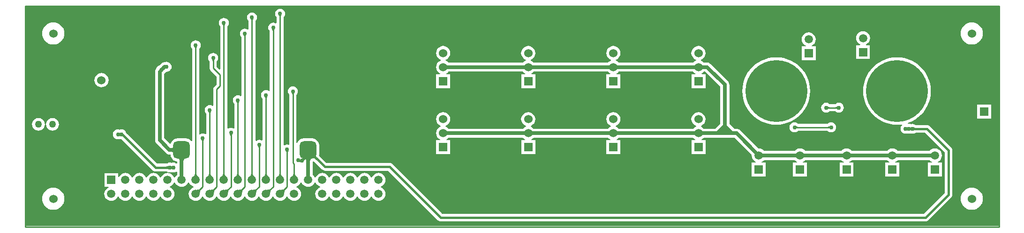
<source format=gtl>
G04 Layer_Physical_Order=1*
G04 Layer_Color=255*
%FSLAX25Y25*%
%MOIN*%
G70*
G01*
G75*
G04:AMPARAMS|DCode=10|XSize=118.11mil|YSize=124.02mil|CornerRadius=29.53mil|HoleSize=0mil|Usage=FLASHONLY|Rotation=180.000|XOffset=0mil|YOffset=0mil|HoleType=Round|Shape=RoundedRectangle|*
%AMROUNDEDRECTD10*
21,1,0.11811,0.06496,0,0,180.0*
21,1,0.05906,0.12402,0,0,180.0*
1,1,0.05906,-0.02953,0.03248*
1,1,0.05906,0.02953,0.03248*
1,1,0.05906,0.02953,-0.03248*
1,1,0.05906,-0.02953,-0.03248*
%
%ADD10ROUNDEDRECTD10*%
%ADD11C,0.01000*%
%ADD12C,0.01500*%
%ADD13C,0.02500*%
%ADD14C,0.05906*%
%ADD15C,0.06000*%
%ADD16R,0.05906X0.05906*%
%ADD17C,0.05000*%
%ADD18R,0.05906X0.05906*%
%ADD19R,0.06000X0.06000*%
%ADD20C,0.44094*%
%ADD21C,0.03000*%
G36*
X692400Y156900D02*
Y600D01*
X800D01*
X300Y1100D01*
Y157300D01*
X692000D01*
X692400Y156900D01*
D02*
G37*
%LPC*%
G36*
X181300Y155630D02*
X180386Y155510D01*
X179535Y155157D01*
X178804Y154596D01*
X178243Y153865D01*
X177890Y153014D01*
X177770Y152100D01*
X177890Y151186D01*
X178243Y150335D01*
X178699Y149740D01*
X178751Y149659D01*
Y145373D01*
X178303Y145152D01*
X178165Y145257D01*
X177314Y145610D01*
X176400Y145730D01*
X175486Y145610D01*
X174635Y145257D01*
X173904Y144696D01*
X173343Y143965D01*
X172990Y143114D01*
X172870Y142200D01*
X172990Y141286D01*
X173343Y140435D01*
X173799Y139840D01*
X173851Y139759D01*
Y97084D01*
X173351Y96838D01*
X173065Y97057D01*
X172214Y97410D01*
X171300Y97530D01*
X170386Y97410D01*
X169535Y97057D01*
X168804Y96496D01*
X168243Y95765D01*
X167890Y94914D01*
X167770Y94000D01*
X167890Y93086D01*
X168243Y92235D01*
X168699Y91640D01*
X168751Y91558D01*
Y61850D01*
X168303Y61629D01*
X168265Y61657D01*
X167414Y62010D01*
X166500Y62130D01*
X165586Y62010D01*
X164735Y61657D01*
X164349Y61361D01*
X163849Y61608D01*
Y147058D01*
X163901Y147140D01*
X164357Y147735D01*
X164710Y148586D01*
X164830Y149500D01*
X164710Y150414D01*
X164357Y151265D01*
X163796Y151996D01*
X163065Y152557D01*
X162214Y152910D01*
X161300Y153030D01*
X160386Y152910D01*
X159535Y152557D01*
X158804Y151996D01*
X158243Y151265D01*
X157890Y150414D01*
X157770Y149500D01*
X157890Y148586D01*
X158243Y147735D01*
X158699Y147140D01*
X158751Y147058D01*
Y140984D01*
X158251Y140738D01*
X157965Y140957D01*
X157114Y141310D01*
X156200Y141430D01*
X155286Y141310D01*
X154435Y140957D01*
X153704Y140396D01*
X153143Y139665D01*
X152790Y138814D01*
X152670Y137900D01*
X152790Y136986D01*
X153143Y136135D01*
X153704Y135404D01*
X153751Y135368D01*
Y93396D01*
X153303Y93175D01*
X153065Y93357D01*
X152214Y93710D01*
X151300Y93830D01*
X150386Y93710D01*
X149535Y93357D01*
X148804Y92796D01*
X148243Y92065D01*
X147890Y91214D01*
X147770Y90300D01*
X147890Y89386D01*
X148243Y88535D01*
X148699Y87940D01*
X148751Y87858D01*
Y70273D01*
X148303Y70052D01*
X148165Y70157D01*
X147314Y70510D01*
X146400Y70630D01*
X145486Y70510D01*
X144635Y70157D01*
X144349Y69938D01*
X143849Y70184D01*
Y143158D01*
X143901Y143240D01*
X144357Y143835D01*
X144710Y144686D01*
X144830Y145600D01*
X144710Y146514D01*
X144357Y147365D01*
X143796Y148096D01*
X143065Y148657D01*
X142214Y149010D01*
X141300Y149130D01*
X140386Y149010D01*
X139535Y148657D01*
X138804Y148096D01*
X138243Y147365D01*
X137890Y146514D01*
X137770Y145600D01*
X137890Y144686D01*
X138243Y143835D01*
X138699Y143240D01*
X138751Y143158D01*
Y112507D01*
X138289Y112316D01*
X136249Y114356D01*
Y118158D01*
X136301Y118240D01*
X136757Y118835D01*
X137110Y119686D01*
X137230Y120600D01*
X137110Y121514D01*
X136757Y122365D01*
X136196Y123096D01*
X135465Y123657D01*
X134614Y124010D01*
X133700Y124130D01*
X132786Y124010D01*
X131935Y123657D01*
X131204Y123096D01*
X130643Y122365D01*
X130290Y121514D01*
X130170Y120600D01*
X130290Y119686D01*
X130643Y118835D01*
X131099Y118240D01*
X131151Y118158D01*
Y113300D01*
X131345Y112325D01*
X131898Y111498D01*
X136051Y107344D01*
Y101456D01*
X134498Y99902D01*
X133945Y99076D01*
X133751Y98100D01*
Y86396D01*
X133303Y86175D01*
X133065Y86357D01*
X132214Y86710D01*
X131300Y86830D01*
X130386Y86710D01*
X129535Y86357D01*
X128804Y85796D01*
X128243Y85065D01*
X127890Y84214D01*
X127770Y83300D01*
X127890Y82386D01*
X128243Y81535D01*
X128699Y80940D01*
X128751Y80858D01*
Y66196D01*
X128303Y65975D01*
X128065Y66157D01*
X127214Y66510D01*
X126300Y66630D01*
X125386Y66510D01*
X124535Y66157D01*
X124297Y65975D01*
X123849Y66196D01*
Y127158D01*
X123901Y127240D01*
X124357Y127835D01*
X124710Y128686D01*
X124830Y129600D01*
X124710Y130514D01*
X124357Y131365D01*
X123796Y132096D01*
X123065Y132657D01*
X122214Y133010D01*
X121300Y133130D01*
X120386Y133010D01*
X119535Y132657D01*
X118804Y132096D01*
X118243Y131365D01*
X117890Y130514D01*
X117770Y129600D01*
X117890Y128686D01*
X118243Y127835D01*
X118699Y127240D01*
X118751Y127158D01*
Y61194D01*
X118251Y61024D01*
X117785Y61632D01*
X116751Y62425D01*
X115546Y62924D01*
X114253Y63095D01*
X108347D01*
X107054Y62924D01*
X105850Y62425D01*
X104815Y61632D01*
X104021Y60597D01*
X103522Y59392D01*
X103505Y59265D01*
X103032Y59104D01*
X98978Y63158D01*
Y109236D01*
X99196Y109404D01*
X99757Y110135D01*
X99806Y110253D01*
X100265Y110443D01*
X100567Y110674D01*
X100600Y110670D01*
X101514Y110790D01*
X102365Y111143D01*
X103096Y111704D01*
X103657Y112435D01*
X104010Y113286D01*
X104130Y114200D01*
X104010Y115114D01*
X103657Y115965D01*
X103096Y116696D01*
X102365Y117257D01*
X101514Y117610D01*
X100600Y117730D01*
X99686Y117610D01*
X99368Y117478D01*
X99000D01*
X98576Y117422D01*
X98152Y117366D01*
X97361Y117039D01*
X96682Y116518D01*
X96677Y116513D01*
X96004Y115996D01*
X95487Y115323D01*
X95253Y115089D01*
X94935Y114957D01*
X94204Y114396D01*
X93643Y113665D01*
X93290Y112814D01*
X93288Y112795D01*
X92861Y112239D01*
X92534Y111448D01*
X92422Y110600D01*
Y61800D01*
X92478Y61376D01*
X92534Y60952D01*
X92861Y60161D01*
X93382Y59482D01*
X100331Y52533D01*
X101010Y52012D01*
X101800Y51685D01*
X102649Y51573D01*
X102793D01*
X102839Y51563D01*
X103254Y51552D01*
X103360Y51543D01*
X103522Y50310D01*
X104021Y49105D01*
X104815Y48071D01*
X105850Y47277D01*
X107054Y46778D01*
X107988Y46655D01*
X108001Y46510D01*
X108011Y46095D01*
X108022Y46049D01*
Y45330D01*
X107522Y45083D01*
X107165Y45357D01*
X106314Y45710D01*
X105400Y45830D01*
X104486Y45710D01*
X104100Y45550D01*
X103714Y45710D01*
X102800Y45830D01*
X101886Y45710D01*
X101035Y45357D01*
X100691Y45093D01*
X100659Y45091D01*
X100563Y45089D01*
X100494Y45074D01*
X93849D01*
X72250Y66673D01*
X72214Y66730D01*
X72028Y66925D01*
X72004Y66953D01*
X71982Y66982D01*
X71657Y67765D01*
X71096Y68496D01*
X70365Y69057D01*
X69514Y69410D01*
X68600Y69530D01*
X67686Y69410D01*
X67300Y69250D01*
X66914Y69410D01*
X66000Y69530D01*
X65086Y69410D01*
X64235Y69057D01*
X63504Y68496D01*
X62943Y67765D01*
X62590Y66914D01*
X62470Y66000D01*
X62590Y65086D01*
X62943Y64235D01*
X63504Y63504D01*
X64235Y62943D01*
X65086Y62590D01*
X66000Y62470D01*
X66914Y62590D01*
X67300Y62750D01*
X67686Y62590D01*
X68600Y62470D01*
X68607Y62471D01*
X90739Y40339D01*
X91313Y39898D01*
X91982Y39621D01*
X92700Y39526D01*
X100464D01*
X100523Y39512D01*
X100692Y39506D01*
X101035Y39243D01*
X101886Y38890D01*
X102800Y38770D01*
X103714Y38890D01*
X104100Y39050D01*
X104486Y38890D01*
X105400Y38770D01*
X106314Y38890D01*
X107165Y39243D01*
X107522Y39517D01*
X108022Y39270D01*
Y37128D01*
X107768Y36932D01*
X106974Y35898D01*
X106571Y34924D01*
X106029D01*
X105626Y35898D01*
X104832Y36932D01*
X103798Y37726D01*
X102593Y38225D01*
X101300Y38396D01*
X100007Y38225D01*
X98802Y37726D01*
X97768Y36932D01*
X96974Y35898D01*
X96571Y34924D01*
X96029D01*
X95626Y35898D01*
X94832Y36932D01*
X93798Y37726D01*
X92593Y38225D01*
X91300Y38396D01*
X90007Y38225D01*
X88802Y37726D01*
X87768Y36932D01*
X86974Y35898D01*
X86571Y34924D01*
X86029D01*
X85626Y35898D01*
X84832Y36932D01*
X83798Y37726D01*
X82593Y38225D01*
X81300Y38396D01*
X80007Y38225D01*
X78802Y37726D01*
X77768Y36932D01*
X76974Y35898D01*
X76571Y34924D01*
X76029D01*
X75626Y35898D01*
X74832Y36932D01*
X73798Y37726D01*
X72593Y38225D01*
X71300Y38396D01*
X70007Y38225D01*
X68802Y37726D01*
X67768Y36932D01*
X66974Y35898D01*
X66753Y35364D01*
X66253Y35464D01*
Y38353D01*
X56347D01*
Y28447D01*
X59236D01*
X59336Y27947D01*
X58802Y27726D01*
X57768Y26932D01*
X56974Y25898D01*
X56475Y24693D01*
X56305Y23400D01*
X56475Y22107D01*
X56974Y20902D01*
X57768Y19868D01*
X58802Y19074D01*
X60007Y18575D01*
X61300Y18405D01*
X62593Y18575D01*
X63798Y19074D01*
X64832Y19868D01*
X65626Y20902D01*
X66029Y21876D01*
X66571D01*
X66974Y20902D01*
X67768Y19868D01*
X68802Y19074D01*
X70007Y18575D01*
X71300Y18405D01*
X72593Y18575D01*
X73798Y19074D01*
X74832Y19868D01*
X75626Y20902D01*
X76029Y21876D01*
X76571D01*
X76974Y20902D01*
X77768Y19868D01*
X78802Y19074D01*
X80007Y18575D01*
X81300Y18405D01*
X82593Y18575D01*
X83798Y19074D01*
X84832Y19868D01*
X85626Y20902D01*
X86029Y21876D01*
X86571D01*
X86974Y20902D01*
X87768Y19868D01*
X88802Y19074D01*
X90007Y18575D01*
X91300Y18405D01*
X92593Y18575D01*
X93798Y19074D01*
X94832Y19868D01*
X95626Y20902D01*
X96029Y21876D01*
X96571D01*
X96974Y20902D01*
X97768Y19868D01*
X98802Y19074D01*
X100007Y18575D01*
X101300Y18405D01*
X102593Y18575D01*
X103798Y19074D01*
X104832Y19868D01*
X105626Y20902D01*
X106125Y22107D01*
X106296Y23400D01*
X106125Y24693D01*
X105626Y25898D01*
X104832Y26932D01*
X103798Y27726D01*
X102824Y28129D01*
Y28671D01*
X103798Y29074D01*
X104832Y29868D01*
X105626Y30902D01*
X106029Y31876D01*
X106571D01*
X106974Y30902D01*
X107768Y29868D01*
X108802Y29074D01*
X110007Y28575D01*
X111300Y28405D01*
X112593Y28575D01*
X113798Y29074D01*
X114832Y29868D01*
X115626Y30902D01*
X116029Y31876D01*
X116571D01*
X116974Y30902D01*
X117768Y29868D01*
X118802Y29074D01*
X119776Y28671D01*
Y28129D01*
X118802Y27726D01*
X117768Y26932D01*
X116974Y25898D01*
X116475Y24693D01*
X116305Y23400D01*
X116475Y22107D01*
X116974Y20902D01*
X117768Y19868D01*
X118802Y19074D01*
X120007Y18575D01*
X121300Y18405D01*
X122593Y18575D01*
X123798Y19074D01*
X124832Y19868D01*
X125626Y20902D01*
X126029Y21876D01*
X126571D01*
X126974Y20902D01*
X127768Y19868D01*
X128802Y19074D01*
X130007Y18575D01*
X131300Y18405D01*
X132593Y18575D01*
X133798Y19074D01*
X134832Y19868D01*
X135626Y20902D01*
X136029Y21876D01*
X136571D01*
X136974Y20902D01*
X137768Y19868D01*
X138802Y19074D01*
X140007Y18575D01*
X141300Y18405D01*
X142593Y18575D01*
X143798Y19074D01*
X144832Y19868D01*
X145626Y20902D01*
X146029Y21876D01*
X146571D01*
X146974Y20902D01*
X147768Y19868D01*
X148802Y19074D01*
X150007Y18575D01*
X151300Y18405D01*
X152593Y18575D01*
X153798Y19074D01*
X154832Y19868D01*
X155626Y20902D01*
X156029Y21876D01*
X156571D01*
X156974Y20902D01*
X157768Y19868D01*
X158802Y19074D01*
X160007Y18575D01*
X161300Y18405D01*
X162593Y18575D01*
X163798Y19074D01*
X164832Y19868D01*
X165626Y20902D01*
X166029Y21876D01*
X166571D01*
X166974Y20902D01*
X167768Y19868D01*
X168802Y19074D01*
X170007Y18575D01*
X171300Y18405D01*
X172593Y18575D01*
X173798Y19074D01*
X174832Y19868D01*
X175626Y20902D01*
X176029Y21876D01*
X176571D01*
X176974Y20902D01*
X177768Y19868D01*
X178802Y19074D01*
X180007Y18575D01*
X181300Y18405D01*
X182593Y18575D01*
X183798Y19074D01*
X184832Y19868D01*
X185626Y20902D01*
X186029Y21876D01*
X186571D01*
X186974Y20902D01*
X187768Y19868D01*
X188802Y19074D01*
X190007Y18575D01*
X191300Y18405D01*
X192593Y18575D01*
X193798Y19074D01*
X194832Y19868D01*
X195626Y20902D01*
X196125Y22107D01*
X196295Y23400D01*
X196125Y24693D01*
X195626Y25898D01*
X194832Y26932D01*
X193798Y27726D01*
X192824Y28129D01*
Y28671D01*
X193798Y29074D01*
X194832Y29868D01*
X195626Y30902D01*
X196029Y31876D01*
X196571D01*
X196974Y30902D01*
X197768Y29868D01*
X198802Y29074D01*
X200007Y28575D01*
X201300Y28405D01*
X202593Y28575D01*
X203798Y29074D01*
X204832Y29868D01*
X205626Y30902D01*
X206029Y31876D01*
X206571D01*
X206974Y30902D01*
X207768Y29868D01*
X208802Y29074D01*
X209776Y28671D01*
Y28129D01*
X208802Y27726D01*
X207768Y26932D01*
X206974Y25898D01*
X206475Y24693D01*
X206305Y23400D01*
X206475Y22107D01*
X206974Y20902D01*
X207768Y19868D01*
X208802Y19074D01*
X210007Y18575D01*
X211300Y18405D01*
X212593Y18575D01*
X213798Y19074D01*
X214832Y19868D01*
X215626Y20902D01*
X216029Y21876D01*
X216571D01*
X216974Y20902D01*
X217768Y19868D01*
X218802Y19074D01*
X220007Y18575D01*
X221300Y18405D01*
X222593Y18575D01*
X223798Y19074D01*
X224832Y19868D01*
X225626Y20902D01*
X226029Y21876D01*
X226571D01*
X226974Y20902D01*
X227768Y19868D01*
X228802Y19074D01*
X230007Y18575D01*
X231300Y18405D01*
X232593Y18575D01*
X233798Y19074D01*
X234832Y19868D01*
X235626Y20902D01*
X236029Y21876D01*
X236571D01*
X236974Y20902D01*
X237768Y19868D01*
X238802Y19074D01*
X240007Y18575D01*
X241300Y18405D01*
X242593Y18575D01*
X243798Y19074D01*
X244832Y19868D01*
X245626Y20902D01*
X246029Y21876D01*
X246571D01*
X246974Y20902D01*
X247768Y19868D01*
X248802Y19074D01*
X250007Y18575D01*
X251300Y18405D01*
X252593Y18575D01*
X253798Y19074D01*
X254832Y19868D01*
X255626Y20902D01*
X256125Y22107D01*
X256295Y23400D01*
X256125Y24693D01*
X255626Y25898D01*
X254832Y26932D01*
X253798Y27726D01*
X252824Y28129D01*
Y28671D01*
X253798Y29074D01*
X254832Y29868D01*
X255626Y30902D01*
X256125Y32107D01*
X256295Y33400D01*
X256125Y34693D01*
X255626Y35898D01*
X254832Y36932D01*
X253798Y37726D01*
X252593Y38225D01*
X251300Y38396D01*
X250007Y38225D01*
X248802Y37726D01*
X247768Y36932D01*
X246974Y35898D01*
X246571Y34924D01*
X246029D01*
X245626Y35898D01*
X244832Y36932D01*
X243798Y37726D01*
X242593Y38225D01*
X241300Y38396D01*
X240007Y38225D01*
X238802Y37726D01*
X237768Y36932D01*
X236974Y35898D01*
X236571Y34924D01*
X236029D01*
X235626Y35898D01*
X234832Y36932D01*
X233798Y37726D01*
X232593Y38225D01*
X231300Y38396D01*
X230007Y38225D01*
X228802Y37726D01*
X227768Y36932D01*
X226974Y35898D01*
X226571Y34924D01*
X226029D01*
X225626Y35898D01*
X224832Y36932D01*
X223798Y37726D01*
X222593Y38225D01*
X221300Y38396D01*
X220007Y38225D01*
X218802Y37726D01*
X217768Y36932D01*
X216974Y35898D01*
X216571Y34924D01*
X216029D01*
X215626Y35898D01*
X214832Y36932D01*
X213798Y37726D01*
X212593Y38225D01*
X211300Y38396D01*
X210007Y38225D01*
X208802Y37726D01*
X207768Y36932D01*
X206974Y35898D01*
X206571Y34924D01*
X206029D01*
X205626Y35898D01*
X204832Y36932D01*
X204578Y37128D01*
Y46049D01*
X204589Y46095D01*
X204599Y46510D01*
X204614Y46682D01*
X205238Y46764D01*
X205372Y46635D01*
X205422Y46603D01*
X205460Y46556D01*
X205488Y46540D01*
X211190Y40839D01*
X211764Y40398D01*
X212433Y40121D01*
X213151Y40026D01*
X258051D01*
X293539Y4539D01*
X294113Y4098D01*
X294782Y3821D01*
X295500Y3726D01*
X640000D01*
X640718Y3821D01*
X641387Y4098D01*
X641961Y4539D01*
X658461Y21039D01*
X658902Y21613D01*
X659179Y22282D01*
X659274Y23000D01*
Y54500D01*
X659179Y55218D01*
X658902Y55887D01*
X658461Y56461D01*
X643061Y71861D01*
X642487Y72302D01*
X641818Y72579D01*
X641100Y72674D01*
X633236D01*
X633177Y72688D01*
X633008Y72694D01*
X632665Y72957D01*
X631814Y73310D01*
X630900Y73430D01*
X629986Y73310D01*
X629671Y73179D01*
X629114Y73410D01*
X628200Y73530D01*
X627286Y73410D01*
X627206Y73459D01*
X627193Y73685D01*
X627341Y74018D01*
X627855Y74166D01*
X630350Y75200D01*
X632714Y76507D01*
X634917Y78070D01*
X636931Y79869D01*
X638730Y81883D01*
X640294Y84086D01*
X641600Y86450D01*
X642634Y88945D01*
X643381Y91540D01*
X643834Y94203D01*
X643985Y96900D01*
X643834Y99597D01*
X643381Y102260D01*
X642634Y104855D01*
X641600Y107350D01*
X640294Y109714D01*
X638730Y111917D01*
X636931Y113931D01*
X634917Y115731D01*
X632714Y117294D01*
X630350Y118600D01*
X627855Y119634D01*
X625259Y120381D01*
X622597Y120834D01*
X619900Y120985D01*
X617203Y120834D01*
X614540Y120381D01*
X611945Y119634D01*
X609450Y118600D01*
X607086Y117294D01*
X604883Y115731D01*
X602869Y113931D01*
X601069Y111917D01*
X599507Y109714D01*
X598200Y107350D01*
X597166Y104855D01*
X596419Y102260D01*
X595966Y99597D01*
X595815Y96900D01*
X595966Y94203D01*
X596419Y91540D01*
X597166Y88945D01*
X598200Y86450D01*
X599507Y84086D01*
X601069Y81883D01*
X602869Y79869D01*
X604883Y78070D01*
X607086Y76507D01*
X609450Y75200D01*
X611945Y74166D01*
X614540Y73419D01*
X617203Y72966D01*
X619900Y72815D01*
X622597Y72966D01*
X623365Y73097D01*
X623571Y72625D01*
X623404Y72496D01*
X622843Y71765D01*
X622490Y70914D01*
X622370Y70000D01*
X622490Y69086D01*
X622843Y68235D01*
X623404Y67504D01*
X624135Y66943D01*
X624986Y66590D01*
X625900Y66470D01*
X626814Y66590D01*
X627050Y66688D01*
X627286Y66590D01*
X628200Y66470D01*
X629114Y66590D01*
X629429Y66721D01*
X629986Y66490D01*
X630900Y66370D01*
X631814Y66490D01*
X632665Y66843D01*
X633009Y67107D01*
X633041Y67109D01*
X633137Y67111D01*
X633206Y67126D01*
X639951D01*
X653726Y53351D01*
Y24149D01*
X638851Y9274D01*
X296649D01*
X261161Y44761D01*
X260587Y45202D01*
X259918Y45479D01*
X259200Y45574D01*
X214300D01*
X209268Y50605D01*
X209231Y50664D01*
X209025Y50879D01*
X208962Y50951D01*
X209048Y51603D01*
Y58099D01*
X208878Y59392D01*
X208379Y60597D01*
X207585Y61632D01*
X206551Y62425D01*
X205346Y62924D01*
X204053Y63095D01*
X198147D01*
X196854Y62924D01*
X195650Y62425D01*
X194615Y61632D01*
X193821Y60597D01*
X193449Y59699D01*
X192949Y59798D01*
Y94258D01*
X193001Y94340D01*
X193457Y94935D01*
X193810Y95786D01*
X193930Y96700D01*
X193810Y97614D01*
X193457Y98465D01*
X192896Y99196D01*
X192165Y99757D01*
X191314Y100110D01*
X190400Y100230D01*
X189486Y100110D01*
X188635Y99757D01*
X187904Y99196D01*
X187343Y98465D01*
X186990Y97614D01*
X186870Y96700D01*
X186990Y95786D01*
X187343Y94935D01*
X187799Y94340D01*
X187851Y94258D01*
Y58796D01*
X187435Y58518D01*
X187214Y58610D01*
X186300Y58730D01*
X185386Y58610D01*
X184535Y58257D01*
X184297Y58075D01*
X183849Y58296D01*
Y149659D01*
X183901Y149740D01*
X184357Y150335D01*
X184710Y151186D01*
X184830Y152100D01*
X184710Y153014D01*
X184357Y153865D01*
X183796Y154596D01*
X183065Y155157D01*
X182214Y155510D01*
X181300Y155630D01*
D02*
G37*
G36*
X673000Y145944D02*
X671450Y145791D01*
X669960Y145339D01*
X668587Y144605D01*
X667383Y143617D01*
X666395Y142413D01*
X665661Y141040D01*
X665209Y139550D01*
X665056Y138000D01*
X665209Y136450D01*
X665661Y134960D01*
X666395Y133587D01*
X667383Y132383D01*
X668587Y131395D01*
X669960Y130661D01*
X671450Y130209D01*
X673000Y130056D01*
X674550Y130209D01*
X676040Y130661D01*
X677413Y131395D01*
X678617Y132383D01*
X679605Y133587D01*
X680339Y134960D01*
X680791Y136450D01*
X680944Y138000D01*
X680791Y139550D01*
X680339Y141040D01*
X679605Y142413D01*
X678617Y143617D01*
X677413Y144605D01*
X676040Y145339D01*
X674550Y145791D01*
X673000Y145944D01*
D02*
G37*
G36*
X20000D02*
X18450Y145791D01*
X16960Y145339D01*
X15587Y144605D01*
X14383Y143617D01*
X13395Y142413D01*
X12661Y141040D01*
X12209Y139550D01*
X12056Y138000D01*
X12209Y136450D01*
X12661Y134960D01*
X13395Y133587D01*
X14383Y132383D01*
X15587Y131395D01*
X16960Y130661D01*
X18450Y130209D01*
X20000Y130056D01*
X21550Y130209D01*
X23040Y130661D01*
X24413Y131395D01*
X25617Y132383D01*
X26605Y133587D01*
X27339Y134960D01*
X27791Y136450D01*
X27944Y138000D01*
X27791Y139550D01*
X27339Y141040D01*
X26605Y142413D01*
X25617Y143617D01*
X24413Y144605D01*
X23040Y145339D01*
X21550Y145791D01*
X20000Y145944D01*
D02*
G37*
G36*
X595700Y139696D02*
X594407Y139525D01*
X593202Y139026D01*
X592168Y138232D01*
X591374Y137198D01*
X590875Y135993D01*
X590704Y134700D01*
X590875Y133407D01*
X591374Y132202D01*
X592168Y131168D01*
X593202Y130374D01*
X593736Y130153D01*
X593636Y129653D01*
X590747D01*
Y119747D01*
X600653D01*
Y129653D01*
X597764D01*
X597664Y130153D01*
X598198Y130374D01*
X599232Y131168D01*
X600026Y132202D01*
X600525Y133407D01*
X600696Y134700D01*
X600525Y135993D01*
X600026Y137198D01*
X599232Y138232D01*
X598198Y139026D01*
X596993Y139525D01*
X595700Y139696D01*
D02*
G37*
G36*
X557100Y138795D02*
X555807Y138625D01*
X554602Y138126D01*
X553568Y137332D01*
X552774Y136298D01*
X552275Y135093D01*
X552105Y133800D01*
X552275Y132507D01*
X552774Y131302D01*
X553568Y130268D01*
X554602Y129474D01*
X555136Y129253D01*
X555036Y128753D01*
X552147D01*
Y118847D01*
X562053D01*
Y128753D01*
X559164D01*
X559064Y129253D01*
X559598Y129474D01*
X560632Y130268D01*
X561426Y131302D01*
X561925Y132507D01*
X562095Y133800D01*
X561925Y135093D01*
X561426Y136298D01*
X560632Y137332D01*
X559598Y138126D01*
X558393Y138625D01*
X557100Y138795D01*
D02*
G37*
G36*
X478700Y129043D02*
X477395Y128871D01*
X476178Y128367D01*
X475134Y127566D01*
X474333Y126522D01*
X473829Y125305D01*
X473657Y124000D01*
X473829Y122695D01*
X474333Y121478D01*
X475134Y120434D01*
X476178Y119632D01*
X477052Y119271D01*
Y118729D01*
X476178Y118368D01*
X475134Y117566D01*
X474913Y117278D01*
X421987D01*
X421766Y117566D01*
X420722Y118368D01*
X419848Y118729D01*
Y119271D01*
X420722Y119632D01*
X421766Y120434D01*
X422568Y121478D01*
X423071Y122695D01*
X423243Y124000D01*
X423071Y125305D01*
X422568Y126522D01*
X421766Y127566D01*
X420722Y128367D01*
X419505Y128871D01*
X418200Y129043D01*
X416895Y128871D01*
X415678Y128367D01*
X414634Y127566D01*
X413833Y126522D01*
X413329Y125305D01*
X413157Y124000D01*
X413329Y122695D01*
X413833Y121478D01*
X414634Y120434D01*
X415678Y119632D01*
X416552Y119271D01*
Y118729D01*
X415678Y118368D01*
X414634Y117566D01*
X414413Y117278D01*
X361487D01*
X361266Y117566D01*
X360222Y118368D01*
X359348Y118729D01*
Y119271D01*
X360222Y119632D01*
X361266Y120434D01*
X362068Y121478D01*
X362571Y122695D01*
X362743Y124000D01*
X362571Y125305D01*
X362068Y126522D01*
X361266Y127566D01*
X360222Y128367D01*
X359005Y128871D01*
X357700Y129043D01*
X356395Y128871D01*
X355178Y128367D01*
X354134Y127566D01*
X353332Y126522D01*
X352829Y125305D01*
X352657Y124000D01*
X352829Y122695D01*
X353332Y121478D01*
X354134Y120434D01*
X355178Y119632D01*
X356052Y119271D01*
Y118729D01*
X355178Y118368D01*
X354134Y117566D01*
X353913Y117278D01*
X300987D01*
X300766Y117566D01*
X299722Y118368D01*
X298848Y118729D01*
Y119271D01*
X299722Y119632D01*
X300766Y120434D01*
X301568Y121478D01*
X302071Y122695D01*
X302243Y124000D01*
X302071Y125305D01*
X301568Y126522D01*
X300766Y127566D01*
X299722Y128367D01*
X298505Y128871D01*
X297200Y129043D01*
X295895Y128871D01*
X294678Y128367D01*
X293634Y127566D01*
X292832Y126522D01*
X292329Y125305D01*
X292157Y124000D01*
X292329Y122695D01*
X292832Y121478D01*
X293634Y120434D01*
X294678Y119632D01*
X295552Y119271D01*
Y118729D01*
X294678Y118368D01*
X293634Y117566D01*
X292832Y116522D01*
X292329Y115305D01*
X292157Y114000D01*
X292329Y112695D01*
X292832Y111478D01*
X293634Y110434D01*
X294678Y109633D01*
X294998Y109500D01*
X294899Y109000D01*
X292200D01*
Y99000D01*
X302200D01*
Y109000D01*
X299501D01*
X299402Y109500D01*
X299722Y109633D01*
X300766Y110434D01*
X300987Y110722D01*
X353913D01*
X354134Y110434D01*
X355178Y109633D01*
X355498Y109500D01*
X355399Y109000D01*
X352700D01*
Y99000D01*
X362700D01*
Y109000D01*
X360001D01*
X359902Y109500D01*
X360222Y109633D01*
X361266Y110434D01*
X361487Y110722D01*
X414413D01*
X414634Y110434D01*
X415678Y109633D01*
X415998Y109500D01*
X415899Y109000D01*
X413200D01*
Y99000D01*
X423200D01*
Y109000D01*
X420501D01*
X420402Y109500D01*
X420722Y109633D01*
X421766Y110434D01*
X421987Y110722D01*
X474913D01*
X475134Y110434D01*
X476178Y109633D01*
X476498Y109500D01*
X476399Y109000D01*
X473700D01*
Y99000D01*
X483700D01*
Y109000D01*
X481001D01*
X480902Y109500D01*
X481222Y109633D01*
X482266Y110434D01*
X482487Y110722D01*
X483542D01*
X494122Y100142D01*
Y73606D01*
X490550Y70034D01*
X482487D01*
X482266Y70322D01*
X481222Y71123D01*
X480348Y71485D01*
Y72026D01*
X481222Y72388D01*
X482266Y73190D01*
X483068Y74234D01*
X483571Y75451D01*
X483743Y76756D01*
X483571Y78061D01*
X483068Y79277D01*
X482266Y80322D01*
X481222Y81123D01*
X480005Y81627D01*
X478700Y81799D01*
X477395Y81627D01*
X476178Y81123D01*
X475134Y80322D01*
X474333Y79277D01*
X473829Y78061D01*
X473657Y76756D01*
X473829Y75451D01*
X474333Y74234D01*
X475134Y73190D01*
X476178Y72388D01*
X477052Y72026D01*
Y71485D01*
X476178Y71123D01*
X475134Y70322D01*
X474913Y70034D01*
X421987D01*
X421766Y70322D01*
X420722Y71123D01*
X419848Y71485D01*
Y72026D01*
X420722Y72388D01*
X421766Y73190D01*
X422568Y74234D01*
X423071Y75451D01*
X423243Y76756D01*
X423071Y78061D01*
X422568Y79277D01*
X421766Y80322D01*
X420722Y81123D01*
X419505Y81627D01*
X418200Y81799D01*
X416895Y81627D01*
X415678Y81123D01*
X414634Y80322D01*
X413833Y79277D01*
X413329Y78061D01*
X413157Y76756D01*
X413329Y75451D01*
X413833Y74234D01*
X414634Y73190D01*
X415678Y72388D01*
X416552Y72026D01*
Y71485D01*
X415678Y71123D01*
X414634Y70322D01*
X414413Y70034D01*
X361487D01*
X361266Y70322D01*
X360222Y71123D01*
X359348Y71485D01*
Y72026D01*
X360222Y72388D01*
X361266Y73190D01*
X362068Y74234D01*
X362571Y75451D01*
X362743Y76756D01*
X362571Y78061D01*
X362068Y79277D01*
X361266Y80322D01*
X360222Y81123D01*
X359005Y81627D01*
X357700Y81799D01*
X356395Y81627D01*
X355178Y81123D01*
X354134Y80322D01*
X353332Y79277D01*
X352829Y78061D01*
X352657Y76756D01*
X352829Y75451D01*
X353332Y74234D01*
X354134Y73190D01*
X355178Y72388D01*
X356052Y72026D01*
Y71485D01*
X355178Y71123D01*
X354134Y70322D01*
X353913Y70034D01*
X300987D01*
X300766Y70322D01*
X299722Y71123D01*
X298848Y71485D01*
Y72026D01*
X299722Y72388D01*
X300766Y73190D01*
X301568Y74234D01*
X302071Y75451D01*
X302243Y76756D01*
X302071Y78061D01*
X301568Y79277D01*
X300766Y80322D01*
X299722Y81123D01*
X298505Y81627D01*
X297200Y81799D01*
X295895Y81627D01*
X294678Y81123D01*
X293634Y80322D01*
X292832Y79277D01*
X292329Y78061D01*
X292157Y76756D01*
X292329Y75451D01*
X292832Y74234D01*
X293634Y73190D01*
X294678Y72388D01*
X295552Y72026D01*
Y71485D01*
X294678Y71123D01*
X293634Y70322D01*
X292832Y69278D01*
X292329Y68061D01*
X292157Y66756D01*
X292329Y65451D01*
X292832Y64234D01*
X293634Y63190D01*
X294678Y62388D01*
X294998Y62256D01*
X294899Y61756D01*
X292200D01*
Y51756D01*
X302200D01*
Y61756D01*
X299501D01*
X299402Y62256D01*
X299722Y62388D01*
X300766Y63190D01*
X300987Y63478D01*
X353913D01*
X354134Y63190D01*
X355178Y62388D01*
X355498Y62256D01*
X355399Y61756D01*
X352700D01*
Y51756D01*
X362700D01*
Y61756D01*
X360001D01*
X359902Y62256D01*
X360222Y62388D01*
X361266Y63190D01*
X361487Y63478D01*
X414413D01*
X414634Y63190D01*
X415678Y62388D01*
X415998Y62256D01*
X415899Y61756D01*
X413200D01*
Y51756D01*
X423200D01*
Y61756D01*
X420501D01*
X420402Y62256D01*
X420722Y62388D01*
X421766Y63190D01*
X421987Y63478D01*
X474913D01*
X475134Y63190D01*
X476178Y62388D01*
X476498Y62256D01*
X476399Y61756D01*
X473700D01*
Y51756D01*
X483700D01*
Y61756D01*
X481001D01*
X480902Y62256D01*
X481222Y62388D01*
X482266Y63190D01*
X482487Y63478D01*
X504386D01*
X516646Y51218D01*
X516605Y50900D01*
X516775Y49607D01*
X517274Y48402D01*
X518068Y47368D01*
X519102Y46574D01*
X519636Y46353D01*
X519536Y45853D01*
X516647D01*
Y35947D01*
X526553D01*
Y45853D01*
X523664D01*
X523564Y46353D01*
X524098Y46574D01*
X525132Y47368D01*
X525327Y47622D01*
X547172D01*
X547368Y47368D01*
X548402Y46574D01*
X548936Y46353D01*
X548836Y45853D01*
X545947D01*
Y35947D01*
X555853D01*
Y45853D01*
X552964D01*
X552864Y46353D01*
X553398Y46574D01*
X554432Y47368D01*
X554628Y47622D01*
X580272D01*
X580468Y47368D01*
X581502Y46574D01*
X582036Y46353D01*
X581936Y45853D01*
X579047D01*
Y35947D01*
X588953D01*
Y45853D01*
X586064D01*
X585964Y46353D01*
X586498Y46574D01*
X587532Y47368D01*
X587727Y47622D01*
X612873D01*
X613068Y47368D01*
X614102Y46574D01*
X614636Y46353D01*
X614536Y45853D01*
X611647D01*
Y35947D01*
X621553D01*
Y45853D01*
X618664D01*
X618564Y46353D01*
X619098Y46574D01*
X620132Y47368D01*
X620328Y47622D01*
X643073D01*
X643268Y47368D01*
X644302Y46574D01*
X644836Y46353D01*
X644736Y45853D01*
X641847D01*
Y35947D01*
X651753D01*
Y45853D01*
X648864D01*
X648764Y46353D01*
X649298Y46574D01*
X650332Y47368D01*
X651126Y48402D01*
X651625Y49607D01*
X651795Y50900D01*
X651625Y52193D01*
X651126Y53398D01*
X650332Y54432D01*
X649298Y55226D01*
X648093Y55725D01*
X646800Y55896D01*
X645507Y55725D01*
X644302Y55226D01*
X643268Y54432D01*
X643073Y54178D01*
X620328D01*
X620132Y54432D01*
X619098Y55226D01*
X617893Y55725D01*
X616600Y55896D01*
X615307Y55725D01*
X614102Y55226D01*
X613068Y54432D01*
X612873Y54178D01*
X587727D01*
X587532Y54432D01*
X586498Y55226D01*
X585293Y55725D01*
X584000Y55896D01*
X582707Y55725D01*
X581502Y55226D01*
X580468Y54432D01*
X580272Y54178D01*
X554628D01*
X554432Y54432D01*
X553398Y55226D01*
X552193Y55725D01*
X550900Y55896D01*
X549607Y55725D01*
X548402Y55226D01*
X547368Y54432D01*
X547172Y54178D01*
X525327D01*
X525132Y54432D01*
X524098Y55226D01*
X522893Y55725D01*
X521600Y55896D01*
X521282Y55854D01*
X508062Y69074D01*
X507383Y69595D01*
X506593Y69922D01*
X506168Y69978D01*
X505744Y70034D01*
X504150D01*
X500678Y73506D01*
Y101500D01*
X500622Y101924D01*
X500566Y102348D01*
X500239Y103139D01*
X499718Y103818D01*
X487218Y116318D01*
X486539Y116839D01*
X485748Y117166D01*
X485324Y117222D01*
X484900Y117278D01*
X482487D01*
X482266Y117566D01*
X481222Y118368D01*
X480348Y118729D01*
Y119271D01*
X481222Y119632D01*
X482266Y120434D01*
X483068Y121478D01*
X483571Y122695D01*
X483743Y124000D01*
X483571Y125305D01*
X483068Y126522D01*
X482266Y127566D01*
X481222Y128367D01*
X480005Y128871D01*
X478700Y129043D01*
D02*
G37*
G36*
X54300Y109743D02*
X52995Y109571D01*
X51778Y109067D01*
X50734Y108266D01*
X49933Y107222D01*
X49429Y106005D01*
X49257Y104700D01*
X49429Y103395D01*
X49933Y102178D01*
X50734Y101134D01*
X51778Y100332D01*
X52995Y99829D01*
X54300Y99657D01*
X55605Y99829D01*
X56822Y100332D01*
X57866Y101134D01*
X58667Y102178D01*
X59171Y103395D01*
X59343Y104700D01*
X59171Y106005D01*
X58667Y107222D01*
X57866Y108266D01*
X56822Y109067D01*
X55605Y109571D01*
X54300Y109743D01*
D02*
G37*
G36*
X578500Y88530D02*
X577586Y88410D01*
X576735Y88057D01*
X576140Y87601D01*
X576058Y87549D01*
X571942D01*
X571860Y87601D01*
X571265Y88057D01*
X570414Y88410D01*
X569500Y88530D01*
X568586Y88410D01*
X567735Y88057D01*
X567004Y87496D01*
X566443Y86765D01*
X566090Y85914D01*
X565970Y85000D01*
X566090Y84086D01*
X566443Y83235D01*
X567004Y82504D01*
X567735Y81943D01*
X568586Y81590D01*
X569500Y81470D01*
X570414Y81590D01*
X571265Y81943D01*
X571860Y82399D01*
X571942Y82451D01*
X576058D01*
X576140Y82399D01*
X576735Y81943D01*
X577586Y81590D01*
X578500Y81470D01*
X579414Y81590D01*
X580265Y81943D01*
X580996Y82504D01*
X581557Y83235D01*
X581910Y84086D01*
X582030Y85000D01*
X581910Y85914D01*
X581557Y86765D01*
X580996Y87496D01*
X580265Y88057D01*
X579414Y88410D01*
X578500Y88530D01*
D02*
G37*
G36*
X686853Y87253D02*
X676947D01*
Y77347D01*
X686853D01*
Y87253D01*
D02*
G37*
G36*
X573000Y74530D02*
X572086Y74410D01*
X571235Y74057D01*
X570640Y73601D01*
X570559Y73549D01*
X549441D01*
X549360Y73601D01*
X548765Y74057D01*
X547914Y74410D01*
X547000Y74530D01*
X546086Y74410D01*
X545235Y74057D01*
X544504Y73496D01*
X543943Y72765D01*
X543590Y71914D01*
X543470Y71000D01*
X543590Y70086D01*
X543943Y69235D01*
X544504Y68504D01*
X545235Y67943D01*
X546086Y67590D01*
X547000Y67470D01*
X547914Y67590D01*
X548765Y67943D01*
X549360Y68399D01*
X549441Y68451D01*
X570559D01*
X570640Y68399D01*
X571235Y67943D01*
X572086Y67590D01*
X573000Y67470D01*
X573914Y67590D01*
X574765Y67943D01*
X575496Y68504D01*
X576057Y69235D01*
X576410Y70086D01*
X576530Y71000D01*
X576410Y71914D01*
X576057Y72765D01*
X575496Y73496D01*
X574765Y74057D01*
X573914Y74410D01*
X573000Y74530D01*
D02*
G37*
G36*
X534000Y120985D02*
X531303Y120834D01*
X528641Y120381D01*
X526045Y119634D01*
X523550Y118600D01*
X521186Y117294D01*
X518983Y115731D01*
X516969Y113931D01*
X515169Y111917D01*
X513607Y109714D01*
X512300Y107350D01*
X511266Y104855D01*
X510519Y102260D01*
X510066Y99597D01*
X509915Y96900D01*
X510066Y94203D01*
X510519Y91540D01*
X511266Y88945D01*
X512300Y86450D01*
X513607Y84086D01*
X515169Y81883D01*
X516969Y79869D01*
X518983Y78070D01*
X521186Y76507D01*
X523550Y75200D01*
X526045Y74166D01*
X528641Y73419D01*
X531303Y72966D01*
X534000Y72815D01*
X536697Y72966D01*
X539360Y73419D01*
X541955Y74166D01*
X544450Y75200D01*
X546814Y76507D01*
X549017Y78070D01*
X551031Y79869D01*
X552831Y81883D01*
X554393Y84086D01*
X555700Y86450D01*
X556734Y88945D01*
X557481Y91540D01*
X557934Y94203D01*
X558085Y96900D01*
X557934Y99597D01*
X557481Y102260D01*
X556734Y104855D01*
X555700Y107350D01*
X554393Y109714D01*
X552831Y111917D01*
X551031Y113931D01*
X549017Y115731D01*
X546814Y117294D01*
X544450Y118600D01*
X541955Y119634D01*
X539360Y120381D01*
X536697Y120834D01*
X534000Y120985D01*
D02*
G37*
G36*
X19500Y77639D02*
X18325Y77484D01*
X17231Y77031D01*
X16291Y76309D01*
X15569Y75369D01*
X15116Y74275D01*
X14961Y73100D01*
X15116Y71925D01*
X15569Y70831D01*
X16291Y69891D01*
X17231Y69169D01*
X18325Y68716D01*
X19500Y68561D01*
X20675Y68716D01*
X21769Y69169D01*
X22709Y69891D01*
X23431Y70831D01*
X23884Y71925D01*
X24039Y73100D01*
X23884Y74275D01*
X23431Y75369D01*
X22709Y76309D01*
X21769Y77031D01*
X20675Y77484D01*
X19500Y77639D01*
D02*
G37*
G36*
X9500D02*
X8325Y77484D01*
X7231Y77031D01*
X6291Y76309D01*
X5569Y75369D01*
X5116Y74275D01*
X4961Y73100D01*
X5116Y71925D01*
X5569Y70831D01*
X6291Y69891D01*
X7231Y69169D01*
X8325Y68716D01*
X9500Y68561D01*
X10675Y68716D01*
X11769Y69169D01*
X12709Y69891D01*
X13431Y70831D01*
X13884Y71925D01*
X14039Y73100D01*
X13884Y74275D01*
X13431Y75369D01*
X12709Y76309D01*
X11769Y77031D01*
X10675Y77484D01*
X9500Y77639D01*
D02*
G37*
G36*
X673000Y27944D02*
X671450Y27791D01*
X669960Y27339D01*
X668587Y26605D01*
X667383Y25617D01*
X666395Y24413D01*
X665661Y23040D01*
X665209Y21550D01*
X665056Y20000D01*
X665209Y18450D01*
X665661Y16960D01*
X666395Y15587D01*
X667383Y14383D01*
X668587Y13395D01*
X669960Y12661D01*
X671450Y12209D01*
X673000Y12056D01*
X674550Y12209D01*
X676040Y12661D01*
X677413Y13395D01*
X678617Y14383D01*
X679605Y15587D01*
X680339Y16960D01*
X680791Y18450D01*
X680944Y20000D01*
X680791Y21550D01*
X680339Y23040D01*
X679605Y24413D01*
X678617Y25617D01*
X677413Y26605D01*
X676040Y27339D01*
X674550Y27791D01*
X673000Y27944D01*
D02*
G37*
G36*
X20000D02*
X18450Y27791D01*
X16960Y27339D01*
X15587Y26605D01*
X14383Y25617D01*
X13395Y24413D01*
X12661Y23040D01*
X12209Y21550D01*
X12056Y20000D01*
X12209Y18450D01*
X12661Y16960D01*
X13395Y15587D01*
X14383Y14383D01*
X15587Y13395D01*
X16960Y12661D01*
X18450Y12209D01*
X20000Y12056D01*
X21550Y12209D01*
X23040Y12661D01*
X24413Y13395D01*
X25617Y14383D01*
X26605Y15587D01*
X27339Y16960D01*
X27791Y18450D01*
X27944Y20000D01*
X27791Y21550D01*
X27339Y23040D01*
X26605Y24413D01*
X25617Y25617D01*
X24413Y26605D01*
X23040Y27339D01*
X21550Y27791D01*
X20000Y27944D01*
D02*
G37*
%LPD*%
G36*
X182246Y150919D02*
X182152Y150806D01*
X182070Y150690D01*
X181998Y150571D01*
X181938Y150449D01*
X181888Y150322D01*
X181850Y150193D01*
X181822Y150061D01*
X181806Y149925D01*
X181800Y149786D01*
X180800D01*
X180795Y149925D01*
X180778Y150061D01*
X180751Y150193D01*
X180712Y150322D01*
X180663Y150449D01*
X180602Y150571D01*
X180531Y150690D01*
X180448Y150806D01*
X180354Y150919D01*
X180250Y151029D01*
X182350D01*
X182246Y150919D01*
D02*
G37*
G36*
X162246Y148319D02*
X162152Y148206D01*
X162069Y148091D01*
X161998Y147971D01*
X161937Y147848D01*
X161888Y147722D01*
X161849Y147593D01*
X161822Y147461D01*
X161805Y147325D01*
X161800Y147186D01*
X160800D01*
X160794Y147325D01*
X160778Y147461D01*
X160750Y147593D01*
X160712Y147722D01*
X160662Y147848D01*
X160602Y147971D01*
X160530Y148091D01*
X160448Y148206D01*
X160354Y148319D01*
X160250Y148429D01*
X162350D01*
X162246Y148319D01*
D02*
G37*
G36*
X142245Y144419D02*
X142152Y144307D01*
X142069Y144191D01*
X141998Y144071D01*
X141937Y143948D01*
X141888Y143823D01*
X141850Y143693D01*
X141822Y143561D01*
X141806Y143425D01*
X141800Y143286D01*
X140800D01*
X140795Y143425D01*
X140778Y143561D01*
X140751Y143693D01*
X140712Y143823D01*
X140663Y143948D01*
X140602Y144071D01*
X140531Y144191D01*
X140448Y144307D01*
X140355Y144419D01*
X140250Y144529D01*
X142350D01*
X142245Y144419D01*
D02*
G37*
G36*
X177346Y141019D02*
X177252Y140907D01*
X177170Y140790D01*
X177098Y140671D01*
X177038Y140549D01*
X176988Y140422D01*
X176950Y140293D01*
X176922Y140161D01*
X176906Y140025D01*
X176900Y139886D01*
X175900D01*
X175894Y140025D01*
X175878Y140161D01*
X175850Y140293D01*
X175812Y140422D01*
X175762Y140549D01*
X175702Y140671D01*
X175630Y140790D01*
X175548Y140907D01*
X175454Y141019D01*
X175350Y141129D01*
X177450D01*
X177346Y141019D01*
D02*
G37*
G36*
X157220Y136784D02*
X157132Y136664D01*
X157054Y136542D01*
X156987Y136418D01*
X156930Y136291D01*
X156883Y136163D01*
X156847Y136032D01*
X156821Y135898D01*
X156805Y135763D01*
X156800Y135625D01*
X155800Y135554D01*
X155794Y135695D01*
X155777Y135831D01*
X155748Y135962D01*
X155708Y136090D01*
X155656Y136213D01*
X155593Y136331D01*
X155518Y136445D01*
X155431Y136555D01*
X155333Y136660D01*
X155224Y136761D01*
X157319Y136901D01*
X157220Y136784D01*
D02*
G37*
G36*
X122246Y128419D02*
X122152Y128306D01*
X122070Y128191D01*
X121998Y128071D01*
X121938Y127948D01*
X121888Y127822D01*
X121850Y127693D01*
X121822Y127561D01*
X121806Y127425D01*
X121800Y127286D01*
X120800D01*
X120794Y127425D01*
X120778Y127561D01*
X120750Y127693D01*
X120712Y127822D01*
X120662Y127948D01*
X120602Y128071D01*
X120530Y128191D01*
X120448Y128306D01*
X120354Y128419D01*
X120250Y128529D01*
X122350D01*
X122246Y128419D01*
D02*
G37*
G36*
X134645Y119419D02*
X134552Y119307D01*
X134469Y119191D01*
X134398Y119071D01*
X134337Y118948D01*
X134288Y118823D01*
X134249Y118693D01*
X134222Y118561D01*
X134205Y118425D01*
X134200Y118286D01*
X133200D01*
X133194Y118425D01*
X133178Y118561D01*
X133150Y118693D01*
X133112Y118823D01*
X133063Y118948D01*
X133002Y119071D01*
X132931Y119191D01*
X132848Y119307D01*
X132755Y119419D01*
X132650Y119529D01*
X134750D01*
X134645Y119419D01*
D02*
G37*
G36*
X191346Y95519D02*
X191252Y95407D01*
X191170Y95290D01*
X191098Y95171D01*
X191037Y95048D01*
X190988Y94923D01*
X190949Y94793D01*
X190922Y94661D01*
X190905Y94525D01*
X190900Y94386D01*
X189900D01*
X189894Y94525D01*
X189878Y94661D01*
X189850Y94793D01*
X189812Y94923D01*
X189762Y95048D01*
X189702Y95171D01*
X189630Y95290D01*
X189548Y95407D01*
X189454Y95519D01*
X189350Y95629D01*
X191450D01*
X191346Y95519D01*
D02*
G37*
G36*
X172246Y92819D02*
X172152Y92707D01*
X172070Y92590D01*
X171998Y92471D01*
X171938Y92348D01*
X171888Y92222D01*
X171850Y92093D01*
X171822Y91961D01*
X171806Y91825D01*
X171800Y91686D01*
X170800D01*
X170794Y91825D01*
X170778Y91961D01*
X170750Y92093D01*
X170712Y92222D01*
X170662Y92348D01*
X170602Y92471D01*
X170530Y92590D01*
X170448Y92707D01*
X170354Y92819D01*
X170250Y92929D01*
X172350D01*
X172246Y92819D01*
D02*
G37*
G36*
X152245Y89119D02*
X152152Y89007D01*
X152069Y88890D01*
X151998Y88771D01*
X151937Y88648D01*
X151888Y88522D01*
X151849Y88393D01*
X151822Y88261D01*
X151805Y88125D01*
X151800Y87986D01*
X150800D01*
X150794Y88125D01*
X150778Y88261D01*
X150751Y88393D01*
X150712Y88522D01*
X150663Y88648D01*
X150602Y88771D01*
X150531Y88890D01*
X150448Y89007D01*
X150355Y89119D01*
X150250Y89229D01*
X152350D01*
X152245Y89119D01*
D02*
G37*
G36*
X132246Y82119D02*
X132152Y82007D01*
X132070Y81890D01*
X131998Y81771D01*
X131938Y81648D01*
X131888Y81523D01*
X131850Y81393D01*
X131822Y81261D01*
X131806Y81125D01*
X131800Y80986D01*
X130800D01*
X130795Y81125D01*
X130778Y81261D01*
X130751Y81393D01*
X130712Y81523D01*
X130663Y81648D01*
X130602Y81771D01*
X130531Y81890D01*
X130448Y82007D01*
X130354Y82119D01*
X130250Y82229D01*
X132350D01*
X132246Y82119D01*
D02*
G37*
G36*
X627111Y70898D02*
X627162Y70867D01*
X627228Y70840D01*
X627308Y70816D01*
X627403Y70796D01*
X627513Y70779D01*
X627777Y70757D01*
X628099Y70750D01*
Y69250D01*
X627931Y69248D01*
X627513Y69221D01*
X627403Y69204D01*
X627308Y69184D01*
X627228Y69160D01*
X627162Y69133D01*
X627111Y69102D01*
X627074Y69067D01*
Y70933D01*
X627111Y70898D01*
D02*
G37*
G36*
X627026Y69067D02*
X626989Y69102D01*
X626938Y69133D01*
X626872Y69160D01*
X626792Y69184D01*
X626697Y69204D01*
X626587Y69221D01*
X626323Y69243D01*
X626001Y69250D01*
Y70750D01*
X626169Y70752D01*
X626587Y70779D01*
X626697Y70796D01*
X626792Y70816D01*
X626872Y70840D01*
X626938Y70867D01*
X626989Y70898D01*
X627026Y70933D01*
Y69067D01*
D02*
G37*
G36*
X632035Y70893D02*
X632110Y70842D01*
X632196Y70797D01*
X632293Y70758D01*
X632400Y70725D01*
X632518Y70698D01*
X632647Y70677D01*
X632787Y70662D01*
X633099Y70650D01*
Y69150D01*
X632938Y69147D01*
X632647Y69123D01*
X632518Y69102D01*
X632400Y69075D01*
X632293Y69042D01*
X632196Y69003D01*
X632110Y68958D01*
X632035Y68907D01*
X631971Y68850D01*
Y70950D01*
X632035Y70893D01*
D02*
G37*
G36*
X629400Y70914D02*
X629473Y70859D01*
X629557Y70810D01*
X629594Y70793D01*
X629604Y70797D01*
X629690Y70842D01*
X629765Y70893D01*
X629829Y70950D01*
Y70714D01*
X629874Y70702D01*
X630002Y70679D01*
X630141Y70663D01*
X630452Y70650D01*
X630336Y69150D01*
X630174Y69147D01*
X629883Y69126D01*
X629829Y69118D01*
Y68850D01*
X629765Y68907D01*
X629690Y68958D01*
X629604Y69003D01*
X629507Y69042D01*
X629500Y69044D01*
X629428Y69018D01*
X629341Y68978D01*
X629264Y68932D01*
X629199Y68881D01*
X629214Y69113D01*
X629153Y69123D01*
X629013Y69138D01*
X628701Y69150D01*
Y70650D01*
X628862Y70653D01*
X629153Y70677D01*
X629282Y70698D01*
X629321Y70707D01*
X629339Y70976D01*
X629400Y70914D01*
D02*
G37*
G36*
X67529Y66818D02*
X67618Y66798D01*
X67747Y66777D01*
X67887Y66762D01*
X68199Y66750D01*
Y65250D01*
X68038Y65247D01*
X67747Y65223D01*
X67618Y65202D01*
X67529Y65181D01*
Y64950D01*
X67465Y65007D01*
X67390Y65058D01*
X67304Y65103D01*
X67300Y65105D01*
X67296Y65103D01*
X67210Y65058D01*
X67135Y65007D01*
X67071Y64950D01*
Y65181D01*
X66982Y65202D01*
X66853Y65223D01*
X66713Y65238D01*
X66401Y65250D01*
Y66750D01*
X66562Y66753D01*
X66853Y66777D01*
X66982Y66798D01*
X67071Y66818D01*
Y67050D01*
X67135Y66993D01*
X67210Y66942D01*
X67296Y66897D01*
X67300Y66896D01*
X67304Y66897D01*
X67390Y66942D01*
X67465Y66993D01*
X67529Y67050D01*
Y66818D01*
D02*
G37*
G36*
X147345Y65919D02*
X147252Y65807D01*
X147169Y65690D01*
X147098Y65571D01*
X147037Y65448D01*
X146988Y65323D01*
X146950Y65193D01*
X146922Y65061D01*
X146906Y64925D01*
X146900Y64786D01*
X145900D01*
X145895Y64925D01*
X145878Y65061D01*
X145851Y65193D01*
X145812Y65323D01*
X145763Y65448D01*
X145702Y65571D01*
X145631Y65690D01*
X145548Y65807D01*
X145455Y65919D01*
X145350Y66029D01*
X147450D01*
X147345Y65919D01*
D02*
G37*
G36*
X70094Y66196D02*
X70122Y66120D01*
X70162Y66038D01*
X70212Y65951D01*
X70272Y65859D01*
X70426Y65661D01*
X70518Y65554D01*
X70736Y65325D01*
X69914Y64025D01*
X69797Y64137D01*
X69574Y64319D01*
X69468Y64390D01*
X69365Y64447D01*
X69265Y64490D01*
X69168Y64521D01*
X69074Y64537D01*
X68984Y64540D01*
X68898Y64530D01*
X70076Y66268D01*
X70094Y66196D01*
D02*
G37*
G36*
X127245Y61919D02*
X127152Y61807D01*
X127069Y61690D01*
X126998Y61571D01*
X126937Y61449D01*
X126888Y61322D01*
X126849Y61193D01*
X126822Y61061D01*
X126805Y60925D01*
X126800Y60786D01*
X125800D01*
X125794Y60925D01*
X125778Y61061D01*
X125751Y61193D01*
X125712Y61322D01*
X125663Y61449D01*
X125602Y61571D01*
X125531Y61690D01*
X125448Y61807D01*
X125355Y61919D01*
X125250Y62029D01*
X127350D01*
X127245Y61919D01*
D02*
G37*
G36*
X167446Y57419D02*
X167352Y57307D01*
X167270Y57191D01*
X167198Y57071D01*
X167138Y56949D01*
X167088Y56823D01*
X167050Y56693D01*
X167022Y56561D01*
X167006Y56425D01*
X167000Y56286D01*
X166000D01*
X165995Y56425D01*
X165978Y56561D01*
X165951Y56693D01*
X165912Y56823D01*
X165863Y56949D01*
X165802Y57071D01*
X165731Y57191D01*
X165648Y57307D01*
X165554Y57419D01*
X165450Y57529D01*
X167550D01*
X167446Y57419D01*
D02*
G37*
G36*
X187246Y54019D02*
X187152Y53907D01*
X187069Y53790D01*
X186998Y53671D01*
X186937Y53549D01*
X186888Y53422D01*
X186849Y53293D01*
X186822Y53161D01*
X186805Y53025D01*
X186800Y52886D01*
X185800D01*
X185794Y53025D01*
X185778Y53161D01*
X185750Y53293D01*
X185712Y53422D01*
X185662Y53549D01*
X185602Y53671D01*
X185530Y53790D01*
X185448Y53907D01*
X185354Y54019D01*
X185250Y54129D01*
X187350D01*
X187246Y54019D01*
D02*
G37*
G36*
X105404Y52351D02*
X105379Y52589D01*
X105304Y52801D01*
X105178Y52989D01*
X105002Y53151D01*
X104776Y53289D01*
X104500Y53401D01*
X104173Y53489D01*
X103797Y53551D01*
X103369Y53589D01*
X102892Y53601D01*
Y56101D01*
X103369Y56114D01*
X103797Y56151D01*
X104173Y56214D01*
X104500Y56301D01*
X104776Y56414D01*
X105002Y56551D01*
X105178Y56714D01*
X105304Y56901D01*
X105379Y57114D01*
X105404Y57351D01*
Y52351D01*
D02*
G37*
G36*
X202568Y54598D02*
X202620Y54513D01*
X202708Y54397D01*
X202989Y54071D01*
X204305Y52707D01*
X203244Y51646D01*
X201877Y52880D01*
X201850Y51600D01*
X200350D01*
X200348Y52022D01*
X200229Y53860D01*
X200197Y53963D01*
X200161Y54026D01*
X201924D01*
X202550Y54652D01*
X202568Y54598D01*
D02*
G37*
G36*
X198061Y48949D02*
X200269Y48660D01*
X203800D01*
X203562Y48635D01*
X203350Y48560D01*
X203163Y48434D01*
X203000Y48258D01*
X202863Y48032D01*
X202750Y47756D01*
X202662Y47429D01*
X202600Y47052D01*
X202562Y46626D01*
X202550Y46148D01*
X200050D01*
X200038Y46626D01*
X200000Y47052D01*
X199937Y47429D01*
X199850Y47756D01*
X199738Y48032D01*
X199600Y48258D01*
X199437Y48434D01*
X199355Y48489D01*
X199275Y48453D01*
X199060Y48332D01*
X198840Y48186D01*
X198614Y48013D01*
X198532Y47941D01*
X198485Y47886D01*
X198409Y47780D01*
X198344Y47677D01*
X198292Y47578D01*
X198251Y47482D01*
X198222Y47390D01*
X198205Y47301D01*
X198200Y47215D01*
X197800Y47615D01*
X196280Y47736D01*
X195971Y46450D01*
X195808Y46448D01*
X195629Y46436D01*
Y46150D01*
X195565Y46207D01*
X195490Y46258D01*
X195404Y46303D01*
X195307Y46342D01*
X195200Y46375D01*
X195174Y46381D01*
X195061Y46355D01*
X194976Y46327D01*
X194902Y46294D01*
X194840Y46257D01*
X194875Y46431D01*
X194813Y46438D01*
X194501Y46450D01*
Y47950D01*
X194662Y47953D01*
X194953Y47977D01*
X195082Y47998D01*
X195200Y48025D01*
X195201Y48025D01*
X195260Y48314D01*
X195313Y48245D01*
X195378Y48183D01*
X195455Y48129D01*
X195459Y48126D01*
X195490Y48142D01*
X195565Y48193D01*
X195629Y48250D01*
Y48048D01*
X195645Y48041D01*
X195758Y48008D01*
X195884Y47983D01*
X196021Y47965D01*
X196170Y47954D01*
X196331Y47950D01*
X196315Y47882D01*
X196417Y47989D01*
X196607Y48211D01*
X196752Y48409D01*
X196844Y48570D01*
X196715Y48700D01*
X196801Y48705D01*
X196890Y48722D01*
X196905Y48727D01*
X196909Y48737D01*
X196921Y48866D01*
X196888Y48972D01*
X196811Y49055D01*
X196689Y49114D01*
X196523Y49150D01*
X197442Y49030D01*
X197496Y49073D01*
X197725Y49285D01*
X198061Y48949D01*
D02*
G37*
G36*
X206869Y50994D02*
X206826Y50858D01*
X206818Y50708D01*
X206846Y50544D01*
X206909Y50365D01*
X207008Y50172D01*
X207142Y49964D01*
X207312Y49742D01*
X207518Y49505D01*
X207759Y49253D01*
X206783Y48108D01*
X206532Y48348D01*
X206080Y48716D01*
X205878Y48844D01*
X205692Y48935D01*
X205522Y48989D01*
X205369Y49006D01*
X205232Y48985D01*
X205111Y48927D01*
X205006Y48832D01*
X206947Y51114D01*
X206869Y50994D01*
D02*
G37*
G36*
X113563Y48635D02*
X113350Y48560D01*
X113163Y48434D01*
X113000Y48258D01*
X112863Y48032D01*
X112750Y47756D01*
X112662Y47429D01*
X112600Y47052D01*
X112563Y46626D01*
X112550Y46148D01*
X110050D01*
X110038Y46626D01*
X110000Y47052D01*
X109938Y47429D01*
X109850Y47756D01*
X109738Y48032D01*
X109600Y48258D01*
X109438Y48434D01*
X109250Y48560D01*
X109037Y48635D01*
X108800Y48660D01*
X113800D01*
X113563Y48635D01*
D02*
G37*
G36*
X104329Y43119D02*
X104418Y43098D01*
X104547Y43077D01*
X104687Y43062D01*
X104999Y43050D01*
Y41550D01*
X104838Y41547D01*
X104547Y41523D01*
X104418Y41502D01*
X104329Y41482D01*
Y41250D01*
X104265Y41307D01*
X104190Y41358D01*
X104104Y41403D01*
X104100Y41405D01*
X104096Y41403D01*
X104010Y41358D01*
X103935Y41307D01*
X103871Y41250D01*
Y41482D01*
X103782Y41502D01*
X103653Y41523D01*
X103513Y41538D01*
X103201Y41550D01*
Y43050D01*
X103362Y43053D01*
X103653Y43077D01*
X103782Y43098D01*
X103871Y43119D01*
Y43350D01*
X103935Y43293D01*
X104010Y43242D01*
X104096Y43197D01*
X104100Y43196D01*
X104104Y43197D01*
X104190Y43242D01*
X104265Y43293D01*
X104329Y43350D01*
Y43119D01*
D02*
G37*
G36*
X101729Y41250D02*
X101665Y41307D01*
X101590Y41358D01*
X101504Y41403D01*
X101407Y41442D01*
X101300Y41475D01*
X101182Y41502D01*
X101053Y41523D01*
X100913Y41538D01*
X100601Y41550D01*
Y43050D01*
X100762Y43053D01*
X101053Y43077D01*
X101182Y43098D01*
X101300Y43125D01*
X101407Y43158D01*
X101504Y43197D01*
X101590Y43242D01*
X101665Y43293D01*
X101729Y43350D01*
Y41250D01*
D02*
G37*
G36*
X191816Y37869D02*
X191863Y37647D01*
X191941Y37415D01*
X192051Y37172D01*
X192192Y36920D01*
X192364Y36658D01*
X192568Y36385D01*
X193069Y35811D01*
X193367Y35509D01*
X189233D01*
X189531Y35811D01*
X190032Y36385D01*
X190236Y36658D01*
X190408Y36920D01*
X190549Y37172D01*
X190659Y37415D01*
X190737Y37647D01*
X190784Y37869D01*
X190800Y38082D01*
X191800D01*
X191816Y37869D01*
D02*
G37*
G36*
X181816D02*
X181863Y37647D01*
X181941Y37415D01*
X182051Y37172D01*
X182192Y36920D01*
X182364Y36658D01*
X182568Y36385D01*
X183069Y35811D01*
X183367Y35509D01*
X179233D01*
X179531Y35811D01*
X180032Y36385D01*
X180236Y36658D01*
X180408Y36920D01*
X180549Y37172D01*
X180659Y37415D01*
X180737Y37647D01*
X180784Y37869D01*
X180800Y38082D01*
X181800D01*
X181816Y37869D01*
D02*
G37*
G36*
X171816D02*
X171863Y37647D01*
X171941Y37415D01*
X172051Y37172D01*
X172192Y36920D01*
X172364Y36658D01*
X172568Y36385D01*
X173069Y35811D01*
X173367Y35509D01*
X169233D01*
X169531Y35811D01*
X170032Y36385D01*
X170236Y36658D01*
X170408Y36920D01*
X170549Y37172D01*
X170659Y37415D01*
X170737Y37647D01*
X170784Y37869D01*
X170800Y38082D01*
X171800D01*
X171816Y37869D01*
D02*
G37*
G36*
X161816D02*
X161863Y37647D01*
X161941Y37415D01*
X162051Y37172D01*
X162192Y36920D01*
X162364Y36658D01*
X162568Y36385D01*
X163069Y35811D01*
X163367Y35509D01*
X159233D01*
X159531Y35811D01*
X160032Y36385D01*
X160236Y36658D01*
X160408Y36920D01*
X160549Y37172D01*
X160659Y37415D01*
X160737Y37647D01*
X160784Y37869D01*
X160800Y38082D01*
X161800D01*
X161816Y37869D01*
D02*
G37*
G36*
X151816D02*
X151863Y37647D01*
X151941Y37415D01*
X152051Y37172D01*
X152192Y36920D01*
X152364Y36658D01*
X152568Y36385D01*
X153069Y35811D01*
X153367Y35509D01*
X149233D01*
X149531Y35811D01*
X150032Y36385D01*
X150236Y36658D01*
X150408Y36920D01*
X150549Y37172D01*
X150659Y37415D01*
X150737Y37647D01*
X150784Y37869D01*
X150800Y38082D01*
X151800D01*
X151816Y37869D01*
D02*
G37*
G36*
X141816D02*
X141863Y37647D01*
X141941Y37415D01*
X142051Y37172D01*
X142192Y36920D01*
X142364Y36658D01*
X142568Y36385D01*
X143069Y35811D01*
X143367Y35509D01*
X139233D01*
X139531Y35811D01*
X140032Y36385D01*
X140236Y36658D01*
X140408Y36920D01*
X140549Y37172D01*
X140659Y37415D01*
X140737Y37647D01*
X140784Y37869D01*
X140800Y38082D01*
X141800D01*
X141816Y37869D01*
D02*
G37*
G36*
X131816D02*
X131863Y37647D01*
X131941Y37415D01*
X132051Y37172D01*
X132192Y36920D01*
X132364Y36658D01*
X132568Y36385D01*
X133069Y35811D01*
X133367Y35509D01*
X129233D01*
X129531Y35811D01*
X130032Y36385D01*
X130236Y36658D01*
X130408Y36920D01*
X130549Y37172D01*
X130659Y37415D01*
X130737Y37647D01*
X130784Y37869D01*
X130800Y38082D01*
X131800D01*
X131816Y37869D01*
D02*
G37*
G36*
X121816D02*
X121863Y37647D01*
X121941Y37415D01*
X122051Y37172D01*
X122192Y36920D01*
X122364Y36658D01*
X122568Y36385D01*
X123069Y35811D01*
X123367Y35509D01*
X119233D01*
X119531Y35811D01*
X120032Y36385D01*
X120236Y36658D01*
X120408Y36920D01*
X120549Y37172D01*
X120659Y37415D01*
X120737Y37647D01*
X120784Y37869D01*
X120800Y38082D01*
X121800D01*
X121816Y37869D01*
D02*
G37*
G36*
X184964Y26357D02*
X184825Y26196D01*
X184701Y26005D01*
X184592Y25785D01*
X184498Y25537D01*
X184420Y25258D01*
X184356Y24951D01*
X184307Y24614D01*
X184256Y23854D01*
X184253Y23429D01*
X181330Y26353D01*
X181754Y26356D01*
X182515Y26407D01*
X182851Y26456D01*
X183158Y26520D01*
X183437Y26598D01*
X183686Y26692D01*
X183905Y26801D01*
X184096Y26925D01*
X184257Y27064D01*
X184964Y26357D01*
D02*
G37*
G36*
X174964D02*
X174825Y26196D01*
X174701Y26005D01*
X174592Y25785D01*
X174498Y25537D01*
X174419Y25258D01*
X174356Y24951D01*
X174307Y24614D01*
X174256Y23854D01*
X174253Y23429D01*
X171329Y26353D01*
X171754Y26356D01*
X172514Y26407D01*
X172851Y26456D01*
X173158Y26520D01*
X173436Y26598D01*
X173686Y26692D01*
X173905Y26801D01*
X174096Y26925D01*
X174257Y27064D01*
X174964Y26357D01*
D02*
G37*
G36*
X164964D02*
X164825Y26196D01*
X164701Y26005D01*
X164592Y25785D01*
X164498Y25537D01*
X164419Y25258D01*
X164356Y24951D01*
X164307Y24614D01*
X164256Y23854D01*
X164253Y23429D01*
X161329Y26353D01*
X161754Y26356D01*
X162514Y26407D01*
X162851Y26456D01*
X163158Y26520D01*
X163436Y26598D01*
X163686Y26692D01*
X163905Y26801D01*
X164096Y26925D01*
X164257Y27064D01*
X164964Y26357D01*
D02*
G37*
G36*
X154964D02*
X154825Y26196D01*
X154701Y26005D01*
X154592Y25785D01*
X154498Y25537D01*
X154420Y25258D01*
X154356Y24951D01*
X154307Y24614D01*
X154256Y23854D01*
X154253Y23429D01*
X151330Y26353D01*
X151754Y26356D01*
X152515Y26407D01*
X152851Y26456D01*
X153158Y26520D01*
X153437Y26598D01*
X153685Y26692D01*
X153905Y26801D01*
X154096Y26925D01*
X154257Y27064D01*
X154964Y26357D01*
D02*
G37*
G36*
X144964D02*
X144825Y26196D01*
X144701Y26005D01*
X144592Y25785D01*
X144498Y25537D01*
X144420Y25258D01*
X144356Y24951D01*
X144307Y24614D01*
X144256Y23854D01*
X144253Y23429D01*
X141330Y26353D01*
X141754Y26356D01*
X142515Y26407D01*
X142851Y26456D01*
X143158Y26520D01*
X143437Y26598D01*
X143685Y26692D01*
X143905Y26801D01*
X144096Y26925D01*
X144257Y27064D01*
X144964Y26357D01*
D02*
G37*
G36*
X134964D02*
X134825Y26196D01*
X134701Y26005D01*
X134592Y25785D01*
X134498Y25537D01*
X134420Y25258D01*
X134356Y24951D01*
X134307Y24614D01*
X134256Y23854D01*
X134253Y23429D01*
X131330Y26353D01*
X131754Y26356D01*
X132515Y26407D01*
X132851Y26456D01*
X133158Y26520D01*
X133437Y26598D01*
X133686Y26692D01*
X133905Y26801D01*
X134096Y26925D01*
X134257Y27064D01*
X134964Y26357D01*
D02*
G37*
G36*
X124964D02*
X124825Y26196D01*
X124701Y26005D01*
X124592Y25785D01*
X124498Y25537D01*
X124419Y25258D01*
X124356Y24951D01*
X124307Y24614D01*
X124256Y23854D01*
X124253Y23429D01*
X121329Y26353D01*
X121754Y26356D01*
X122514Y26407D01*
X122851Y26456D01*
X123158Y26520D01*
X123436Y26598D01*
X123686Y26692D01*
X123905Y26801D01*
X124096Y26925D01*
X124257Y27064D01*
X124964Y26357D01*
D02*
G37*
%LPC*%
G36*
X200080Y48671D02*
X199939Y48660D01*
X200269D01*
X200080Y48671D01*
D02*
G37*
%LPD*%
G36*
X504450Y66850D02*
Y65906D01*
X498000D01*
X497400Y65506D01*
X496800Y65906D01*
X489306D01*
X497350Y73950D01*
X504450Y66850D01*
D02*
G37*
G36*
X577429Y83950D02*
X577319Y84054D01*
X577207Y84148D01*
X577091Y84231D01*
X576971Y84302D01*
X576849Y84363D01*
X576722Y84412D01*
X576593Y84451D01*
X576461Y84478D01*
X576325Y84495D01*
X576186Y84500D01*
Y85500D01*
X576325Y85505D01*
X576461Y85522D01*
X576593Y85549D01*
X576722Y85588D01*
X576849Y85637D01*
X576971Y85698D01*
X577091Y85769D01*
X577207Y85852D01*
X577319Y85945D01*
X577429Y86050D01*
Y83950D01*
D02*
G37*
G36*
X570681Y85945D02*
X570793Y85852D01*
X570910Y85769D01*
X571029Y85698D01*
X571151Y85637D01*
X571278Y85588D01*
X571407Y85549D01*
X571539Y85522D01*
X571675Y85505D01*
X571814Y85500D01*
Y84500D01*
X571675Y84495D01*
X571539Y84478D01*
X571407Y84451D01*
X571278Y84412D01*
X571151Y84363D01*
X571029Y84302D01*
X570910Y84231D01*
X570793Y84148D01*
X570681Y84054D01*
X570571Y83950D01*
Y86050D01*
X570681Y85945D01*
D02*
G37*
G36*
X571929Y69950D02*
X571819Y70055D01*
X571706Y70148D01*
X571591Y70231D01*
X571471Y70302D01*
X571348Y70363D01*
X571222Y70412D01*
X571093Y70451D01*
X570961Y70478D01*
X570825Y70495D01*
X570686Y70500D01*
Y71500D01*
X570825Y71505D01*
X570961Y71522D01*
X571093Y71549D01*
X571222Y71588D01*
X571348Y71637D01*
X571471Y71698D01*
X571591Y71769D01*
X571706Y71852D01*
X571819Y71946D01*
X571929Y72050D01*
Y69950D01*
D02*
G37*
G36*
X548181Y71946D02*
X548293Y71852D01*
X548410Y71769D01*
X548529Y71698D01*
X548652Y71637D01*
X548777Y71588D01*
X548907Y71549D01*
X549039Y71522D01*
X549175Y71505D01*
X549314Y71500D01*
Y70500D01*
X549175Y70495D01*
X549039Y70478D01*
X548907Y70451D01*
X548777Y70412D01*
X548652Y70363D01*
X548529Y70302D01*
X548410Y70231D01*
X548293Y70148D01*
X548181Y70055D01*
X548071Y69950D01*
Y72050D01*
X548181Y71946D01*
D02*
G37*
D10*
X111300Y54851D02*
D03*
Y73749D02*
D03*
X201100Y54851D02*
D03*
Y73749D02*
D03*
D11*
X121300Y33400D02*
Y129600D01*
X121400Y129500D01*
X126300Y28400D02*
Y63100D01*
X121300Y23400D02*
X126300Y28400D01*
X131300Y33400D02*
Y83300D01*
X133700Y113300D02*
Y120600D01*
Y113300D02*
X138600Y108400D01*
Y100400D02*
Y108400D01*
X136300Y98100D02*
X138600Y100400D01*
X136300Y28400D02*
Y98100D01*
X131300Y23400D02*
X136300Y28400D01*
X141300Y33400D02*
Y145600D01*
X146400Y28500D02*
Y67100D01*
X141300Y23400D02*
X146400Y28500D01*
X151300Y33400D02*
Y90300D01*
X161300Y33400D02*
Y149500D01*
X171300Y33400D02*
Y94000D01*
X176400Y28500D02*
Y142200D01*
X171300Y23400D02*
X176400Y28500D01*
X181300Y33400D02*
Y152100D01*
X186300Y28400D02*
Y55200D01*
X181300Y23400D02*
X186300Y28400D01*
X190400Y45700D02*
Y96700D01*
Y45700D02*
X191300Y44800D01*
Y33400D02*
Y44800D01*
X547000Y71000D02*
X573000D01*
X569500Y85000D02*
X578500D01*
X161300Y23400D02*
X166500Y28600D01*
Y58600D01*
X151300Y23400D02*
X156300Y28400D01*
Y137800D01*
X156200Y137900D02*
X156300Y137800D01*
X0Y0D02*
X692500D01*
X0Y157500D02*
X692500D01*
X0Y0D02*
Y157500D01*
X692500Y0D02*
Y157500D01*
D12*
X69000Y66000D02*
X92700Y42300D01*
X68600Y66000D02*
X69000D01*
X92700Y42300D02*
X102800D01*
X201300Y54651D02*
X213151Y42800D01*
X201100Y51600D02*
Y54851D01*
X196700Y47200D02*
X201100Y51600D01*
X259200Y42800D02*
X295500Y6500D01*
X213151Y42800D02*
X259200D01*
X641100Y69900D02*
X656500Y54500D01*
X630900Y69900D02*
X641100D01*
X656500Y23000D02*
Y54500D01*
X640000Y6500D02*
X656500Y23000D01*
X295500Y6500D02*
X640000D01*
X102800Y42300D02*
X105400D01*
X66000Y66000D02*
X68600D01*
X194300Y47200D02*
X196700D01*
X194000Y47500D02*
X194300Y47200D01*
X628300Y69900D02*
X630900D01*
X628200Y70000D02*
X628300Y69900D01*
X625900Y70000D02*
X628200D01*
D13*
X95700Y61800D02*
Y110600D01*
X102649Y54851D02*
X111300D01*
X95700Y61800D02*
X102649Y54851D01*
X497400Y66756D02*
X505744D01*
X484900Y114000D02*
X497400Y101500D01*
Y66756D02*
Y101500D01*
X478700Y66756D02*
X497400D01*
X478700Y114000D02*
X484900D01*
X111300Y33400D02*
Y54851D01*
X297200Y66756D02*
X357700D01*
X418200D01*
X478700D01*
X505744D02*
X521600Y50900D01*
X550900D01*
X584000D01*
X616600D01*
X646800D01*
X297200Y114000D02*
X357700D01*
X418200D02*
X478700D01*
X357700D02*
X418200D01*
X201100Y54851D02*
X201300Y54651D01*
Y33400D02*
Y54651D01*
X99000Y114200D02*
X100600D01*
X96700Y111900D02*
X99000Y114200D01*
D14*
X43900Y28500D02*
D03*
X639500Y127400D02*
D03*
X646800Y50900D02*
D03*
X616600D02*
D03*
X584000D02*
D03*
X550900D02*
D03*
X521600D02*
D03*
X595700Y134700D02*
D03*
X557100Y133800D02*
D03*
X251300Y23400D02*
D03*
Y33400D02*
D03*
X241300Y23400D02*
D03*
Y33400D02*
D03*
X231300Y23400D02*
D03*
Y33400D02*
D03*
X221300Y23400D02*
D03*
Y33400D02*
D03*
X211300Y23400D02*
D03*
Y33400D02*
D03*
X201300Y23400D02*
D03*
Y33400D02*
D03*
X191300Y23400D02*
D03*
Y33400D02*
D03*
X181300Y23400D02*
D03*
Y33400D02*
D03*
X171300Y23400D02*
D03*
Y33400D02*
D03*
X161300Y23400D02*
D03*
Y33400D02*
D03*
X151300Y23400D02*
D03*
Y33400D02*
D03*
X141300Y23400D02*
D03*
Y33400D02*
D03*
X131300Y23400D02*
D03*
Y33400D02*
D03*
X121300Y23400D02*
D03*
Y33400D02*
D03*
X111300Y23400D02*
D03*
Y33400D02*
D03*
X101300Y23400D02*
D03*
Y33400D02*
D03*
X91300Y23400D02*
D03*
Y33400D02*
D03*
X81300Y23400D02*
D03*
Y33400D02*
D03*
X71300Y23400D02*
D03*
Y33400D02*
D03*
X61300Y23400D02*
D03*
X681900Y92300D02*
D03*
D15*
X133040Y104700D02*
D03*
X54300D02*
D03*
X478700Y76756D02*
D03*
Y66756D02*
D03*
X20000Y20000D02*
D03*
X673000D02*
D03*
Y138000D02*
D03*
X20000D02*
D03*
X478700Y124000D02*
D03*
Y114000D02*
D03*
X418200Y76756D02*
D03*
Y66756D02*
D03*
Y124000D02*
D03*
Y114000D02*
D03*
X357700Y76756D02*
D03*
Y66756D02*
D03*
Y124000D02*
D03*
Y114000D02*
D03*
X297200Y76756D02*
D03*
Y66756D02*
D03*
Y124000D02*
D03*
Y114000D02*
D03*
D16*
X646800Y40900D02*
D03*
X616600D02*
D03*
X584000D02*
D03*
X550900D02*
D03*
X521600D02*
D03*
X595700Y124700D02*
D03*
X557100Y123800D02*
D03*
X681900Y82300D02*
D03*
D17*
X9500Y73100D02*
D03*
X19500D02*
D03*
D18*
X61300Y33400D02*
D03*
D19*
X478700Y56756D02*
D03*
Y104000D02*
D03*
X418200Y56756D02*
D03*
Y104000D02*
D03*
X357700Y56756D02*
D03*
Y104000D02*
D03*
X297200Y56756D02*
D03*
Y104000D02*
D03*
D20*
X534000Y96900D02*
D03*
X619900D02*
D03*
D21*
X566400Y93700D02*
D03*
X586000Y75000D02*
D03*
X583000Y75700D02*
D03*
X625000Y31500D02*
D03*
X593000Y31300D02*
D03*
X560500Y31400D02*
D03*
X530100D02*
D03*
X495400Y31700D02*
D03*
X569000Y93700D02*
D03*
X454400Y50700D02*
D03*
Y97800D02*
D03*
X454900Y77200D02*
D03*
Y124800D02*
D03*
X394500Y125600D02*
D03*
X394400Y98400D02*
D03*
X394200Y78000D02*
D03*
X394100Y50700D02*
D03*
X334400Y51000D02*
D03*
X333900Y77400D02*
D03*
X334600Y99200D02*
D03*
X334200Y125300D02*
D03*
X273300Y53600D02*
D03*
X273200Y77900D02*
D03*
X272700Y100300D02*
D03*
X273400Y124300D02*
D03*
X121300Y129600D02*
D03*
X126300Y63100D02*
D03*
X131300Y83300D02*
D03*
X133700Y120600D02*
D03*
X141300Y145600D02*
D03*
X146400Y67100D02*
D03*
X151300Y90300D02*
D03*
X156200Y137900D02*
D03*
X161300Y149500D02*
D03*
X166500Y58600D02*
D03*
X171300Y94000D02*
D03*
X176400Y142200D02*
D03*
X181300Y152100D02*
D03*
X186300Y55200D02*
D03*
X190400Y96700D02*
D03*
X68600Y66000D02*
D03*
X105400Y42300D02*
D03*
X102800D02*
D03*
X196700Y47200D02*
D03*
X194000Y47500D02*
D03*
X96700Y111900D02*
D03*
X573000Y71000D02*
D03*
X547000D02*
D03*
X578500Y85000D02*
D03*
X569500D02*
D03*
X630900Y69900D02*
D03*
X625900Y70000D02*
D03*
X628200D02*
D03*
X49700Y74100D02*
D03*
X52200D02*
D03*
X66000Y66000D02*
D03*
X55300Y9000D02*
D03*
X43000Y13000D02*
D03*
X51200Y4900D02*
D03*
X39700Y8900D02*
D03*
X36200Y4700D02*
D03*
X50700Y13400D02*
D03*
X47300Y9100D02*
D03*
X43300Y4800D02*
D03*
X64100Y5200D02*
D03*
X57600Y5000D02*
D03*
X109200Y91400D02*
D03*
X105200Y86900D02*
D03*
X113000Y97200D02*
D03*
X105800D02*
D03*
X113700Y86600D02*
D03*
X203400Y102500D02*
D03*
X210600D02*
D03*
X224500D02*
D03*
X231900D02*
D03*
X217500D02*
D03*
X220800Y74500D02*
D03*
X226000Y74700D02*
D03*
X231600Y74800D02*
D03*
X208800Y74300D02*
D03*
X109400Y82100D02*
D03*
X109100Y102000D02*
D03*
X115200Y91800D02*
D03*
X103800Y92100D02*
D03*
X100600Y114200D02*
D03*
X98500Y113500D02*
D03*
X215400Y74400D02*
D03*
M02*

</source>
